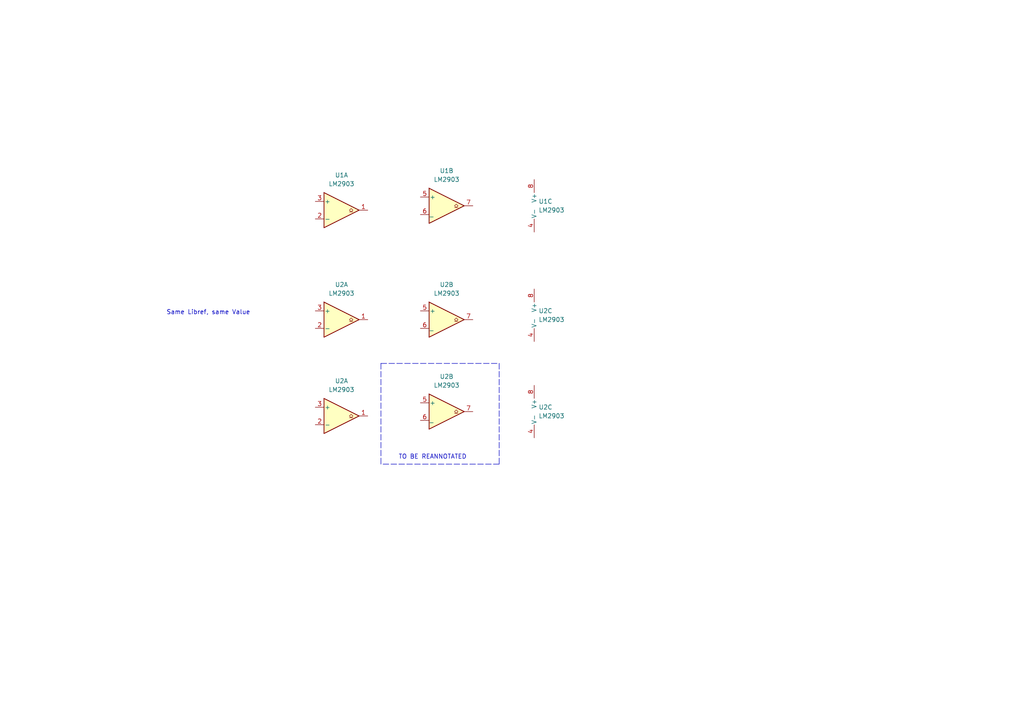
<source format=kicad_sch>
(kicad_sch (version 20211123) (generator eeschema)
  (paper "A4")
  (lib_symbols
    (symbol "Comparator:LM2903" (pin_names (offset 0.127))
      (property "Reference" "U" (at 3.81 3.81 0))
      (property "Value" "LM2903" (at 6.35 -3.81 0))
      (symbol "LM2903_1_1"
        (polyline (pts (xy -5.08 5.08) (xy 5.08 0) (xy -5.08 -5.08) (xy -5.08 5.08)) (stroke (width 0.254)) (fill (type background)))
        (polyline (pts (xy 3.302 -0.508) (xy 2.794 -0.508) (xy 3.302 0) (xy 2.794 0.508) (xy 2.286 0) (xy 2.794 -0.508) (xy 2.286 -0.508)) (stroke (width 0.127)))
        (pin open_collector line (at 7.62 0 180) (length 2.54) (name "~") (number "1"))
        (pin input line (at -7.62 -2.54 0) (length 2.54) (name "-") (number "2"))
        (pin input line (at -7.62 2.54 0) (length 2.54) (name "+") (number "3"))
      )
      (symbol "LM2903_2_1"
        (polyline (pts (xy -5.08 5.08) (xy 5.08 0) (xy -5.08 -5.08) (xy -5.08 5.08)) (stroke (width 0.254)) (fill (type background)))
        (polyline (pts (xy 3.302 -0.508) (xy 2.794 -0.508) (xy 3.302 0) (xy 2.794 0.508) (xy 2.286 0) (xy 2.794 -0.508) (xy 2.286 -0.508)) (stroke (width 0.127)))
        (pin input line (at -7.62 2.54 0) (length 2.54) (name "+") (number "5"))
        (pin input line (at -7.62 -2.54 0) (length 2.54) (name "_") (number "6"))
        (pin open_collector line (at 7.62 0 180) (length 2.54) (name "~") (number "7"))
      )
      (symbol "LM2903_3_1"
        (pin power_in line (at -2.54 -7.62 90) (length 3.81) (name "V-") (number "4"))
        (pin power_in line (at -2.54 7.62 270) (length 3.81) (name "V+") (number "8"))
      )
    )
  )
  (polyline (pts (xy 110.49 105.41) (xy 144.78 105.41)))
  (polyline (pts (xy 144.78 105.41) (xy 144.78 134.62)))
  (polyline (pts (xy 144.78 134.62) (xy 110.49 134.62)))
  (polyline (pts (xy 110.49 105.41) (xy 110.49 134.62)))
  (text "TO BE REANNOTATED" (at 115.57 133.35 0) (effects (font (size 1.27 1.27)) (justify left bottom)))
  (text "Same Libref, same Value" (at 48.26 91.44 0) (effects (font (size 1.27 1.27)) (justify left bottom)))
  (symbol (lib_id "Comparator:LM2903") (at 157.48 91.44 0) (unit 3)
    (property "Reference" "U2" (at 156.21 90.1699 0) (effects (justify left)))
    (property "Value" "LM2903" (at 156.21 92.7099 0) (effects (justify left)))
    (property "Datasheet" "http://www.ti.com/lit/ds/symlink/lm393.pdf" (effects hide))
  )
  (symbol (lib_id "Comparator:LM2903") (at 157.48 59.69 0) (unit 3)
    (property "Reference" "U1" (at 156.21 58.4199 0) (effects (justify left)))
    (property "Value" "LM2903" (at 156.21 60.9599 0) (effects (justify left)))
    (property "Datasheet" "http://www.ti.com/lit/ds/symlink/lm393.pdf" (effects hide))
  )
  (symbol (lib_id "Comparator:LM2903") (at 129.54 92.71 0) (unit 2)
    (property "Reference" "U2" (at 129.54 82.55 0))
    (property "Value" "LM2903" (at 129.54 85.09 0))
    (property "Datasheet" "http://www.ti.com/lit/ds/symlink/lm393.pdf" (effects hide))
  )
  (symbol (lib_id "Comparator:LM2903") (at 99.06 120.65 0) (unit 1)
    (property "Reference" "U2" (at 99.06 110.49 0))
    (property "Value" "LM2903" (at 99.06 113.03 0))
    (property "Datasheet" "http://www.ti.com/lit/ds/symlink/lm393.pdf" (effects hide))
  )
  (symbol (lib_id "Comparator:LM2903") (at 99.06 92.71 0) (unit 1)
    (property "Reference" "U2" (at 99.06 82.55 0))
    (property "Value" "LM2903" (at 99.06 85.09 0))
    (property "Datasheet" "http://www.ti.com/lit/ds/symlink/lm393.pdf" (effects hide))
  )
  (symbol (lib_id "Comparator:LM2903") (at 157.48 119.38 0) (unit 3)
    (property "Reference" "U2" (at 156.21 118.1099 0) (effects (justify left)))
    (property "Value" "LM2903" (at 156.21 120.6499 0) (effects (justify left)))
    (property "Datasheet" "http://www.ti.com/lit/ds/symlink/lm393.pdf" (effects hide))
  )
  (symbol (lib_id "Comparator:LM2903") (at 99.06 60.96 0) (unit 1)
    (property "Reference" "U1" (at 99.06 50.8 0))
    (property "Value" "LM2903" (at 99.06 53.34 0))
    (property "Datasheet" "http://www.ti.com/lit/ds/symlink/lm393.pdf" (effects hide))
  )
  (symbol (lib_id "Comparator:LM2903") (at 129.54 59.69 0) (unit 2)
    (property "Reference" "U1" (at 129.54 49.53 0))
    (property "Value" "LM2903" (at 129.54 52.07 0))
    (property "Datasheet" "http://www.ti.com/lit/ds/symlink/lm393.pdf" (effects hide))
  )
  (symbol (lib_id "Comparator:LM2903") (at 129.54 119.38 0) (unit 2)
    (property "Reference" "U2" (at 129.54 109.22 0))
    (property "Value" "LM2903" (at 129.54 111.76 0))
    (property "Datasheet" "http://www.ti.com/lit/ds/symlink/lm393.pdf" (effects hide))
  )
)
</source>
